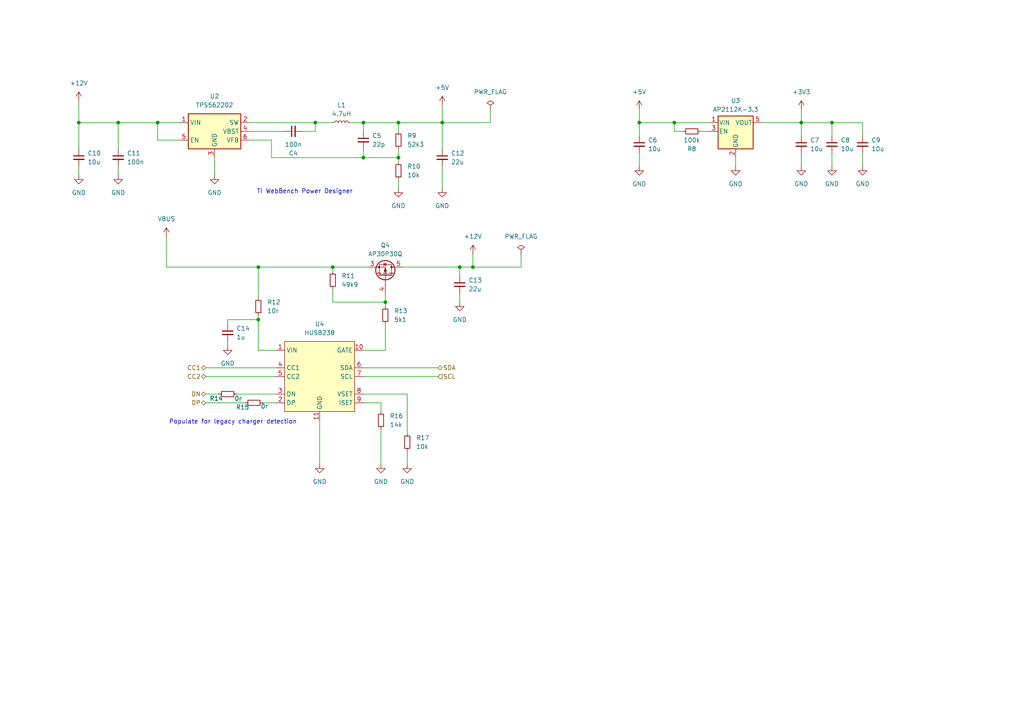
<source format=kicad_sch>
(kicad_sch (version 20250114) (generator "eeschema") (generator_version "9.0")
  (paper "A4")
  (lib_symbols
    (symbol "Device:C_Small" (pin_numbers (hide yes)) (pin_names (offset 0.254) (hide yes))
      (property "Reference" "C" (at 0.254 1.778 0))
      (property "Value" "C_Small" (at 0.254 -2.032 0))
      (symbol "C_Small_0_1"
        (polyline (pts (xy -1.524 0.508) (xy 1.524 0.508)) (stroke (width 0.3048)))
        (polyline (pts (xy -1.524 -0.508) (xy 1.524 -0.508)) (stroke (width 0.3302)))
      )
      (symbol "C_Small_1_1"
        (pin passive line (at 0 2.54 270) (length 2.032) (name "~") (number "1"))
        (pin passive line (at 0 -2.54 90) (length 2.032) (name "~") (number "2"))
      )
    )
    (symbol "Device:L_Small" (pin_numbers (hide yes)) (pin_names (offset 0.254) (hide yes))
      (property "Reference" "L" (at 0.762 1.016 0))
      (property "Value" "L_Small" (at 0.762 -1.016 0))
      (symbol "L_Small_0_1"
        (arc (start 0 2.032) (mid 0.5058 1.524) (end 0 1.016))
        (arc (start 0 1.016) (mid 0.5058 0.508) (end 0 0))
        (arc (start 0 0) (mid 0.5058 -0.508) (end 0 -1.016))
        (arc (start 0 -1.016) (mid 0.5058 -1.524) (end 0 -2.032))
      )
      (symbol "L_Small_1_1"
        (pin passive line (at 0 2.54 270) (length 0.508) (name "~") (number "1"))
        (pin passive line (at 0 -2.54 90) (length 0.508) (name "~") (number "2"))
      )
    )
    (symbol "Device:R_Small" (pin_numbers (hide yes)) (pin_names (offset 0.254) (hide yes))
      (property "Reference" "R" (at 0.762 0.508 0))
      (property "Value" "R_Small" (at 0.762 -1.016 0))
      (symbol "R_Small_0_1"
        (rectangle (start -0.762 1.778) (end 0.762 -1.778) (stroke (width 0.2032)))
      )
      (symbol "R_Small_1_1"
        (pin passive line (at 0 2.54 270) (length 0.762) (name "~") (number "1"))
        (pin passive line (at 0 -2.54 90) (length 0.762) (name "~") (number "2"))
      )
    )
    (symbol "Knochi_Power:AP30P30Q" (pin_names (offset 0) (hide yes))
      (property "Reference" "Q" (at 5.08 1.27 0))
      (property "Value" "AP30P30Q" (at 5.08 -1.27 0))
      (symbol "AP30P30Q_0_1"
        (polyline (pts (xy 0.254 1.905) (xy 0.254 -1.905)) (stroke (width 0.254)))
        (polyline (pts (xy 0.254 0) (xy -2.54 0)))
        (polyline (pts (xy 0.762 2.286) (xy 0.762 1.27)) (stroke (width 0.254)))
        (polyline (pts (xy 0.762 1.778) (xy 3.302 1.778) (xy 3.302 -1.778) (xy 0.762 -1.778)))
        (polyline (pts (xy 0.762 0.508) (xy 0.762 -0.508)) (stroke (width 0.254)))
        (polyline (pts (xy 0.762 -1.27) (xy 0.762 -2.286)) (stroke (width 0.254)))
        (circle (center 1.651 0) (radius 2.794) (stroke (width 0.254)))
        (polyline (pts (xy 2.286 0) (xy 1.27 0.381) (xy 1.27 -0.381) (xy 2.286 0)) (fill (type outline)))
        (polyline (pts (xy 2.54 2.54) (xy 2.54 1.778)))
        (circle (center 2.54 1.778) (radius 0.254) (fill (type outline)))
        (circle (center 2.54 -1.778) (radius 0.254) (fill (type outline)))
        (polyline (pts (xy 2.54 -2.54) (xy 2.54 0) (xy 0.762 0)))
        (polyline (pts (xy 2.794 -0.508) (xy 2.921 -0.381) (xy 3.683 -0.381) (xy 3.81 -0.254)))
        (polyline (pts (xy 3.302 -0.381) (xy 2.921 0.254) (xy 3.683 0.254) (xy 3.302 -0.381)))
      )
      (symbol "AP30P30Q_1_0"
        (pin passive line (at -5.08 0 0) (length 2.54) (name "G") (number "4"))
        (pin passive line (at 2.54 5.08 270) (length 2.54) (name "D") (number "5"))
      )
      (symbol "AP30P30Q_1_1"
        (pin input line (at 2.54 -5.08 90) (length 2.54) (hide yes) (name "S") (number "1"))
        (pin passive line (at 2.54 -5.08 90) (length 2.54) (hide yes) (name "S") (number "2"))
        (pin passive line (at 2.54 -5.08 90) (length 2.54) (name "S") (number "3"))
      )
    )
    (symbol "Knochi_Power:HUSB238"
      (property "Reference" "U" (at -9.144 -11.684 0))
      (property "Value" "HUSB238" (at 0.254 11.43 0))
      (symbol "HUSB238_0_0"
        (pin power_in line (at -12.7 7.62 0) (length 2.54) (name "VIN") (number "1"))
        (pin bidirectional line (at -12.7 2.54 0) (length 2.54) (name "CC1") (number "4"))
        (pin bidirectional line (at -12.7 0 0) (length 2.54) (name "CC2") (number "5"))
        (pin bidirectional line (at -12.7 -5.08 0) (length 2.54) (name "DN") (number "3"))
        (pin bidirectional line (at -12.7 -7.62 0) (length 2.54) (name "DP") (number "2"))
        (pin input line (at 12.7 7.62 180) (length 2.54) (name "GATE") (number "10"))
        (pin output line (at 12.7 2.54 180) (length 2.54) (name "SDA") (number "6"))
        (pin input line (at 12.7 0 180) (length 2.54) (name "SCL") (number "7"))
        (pin input line (at 12.7 -5.08 180) (length 2.54) (name "VSET") (number "8"))
        (pin input line (at 12.7 -7.62 180) (length 2.54) (name "ISET") (number "9"))
      )
      (symbol "HUSB238_1_0"
        (pin passive line (at 0 -12.7 90) (length 2.54) (name "GND") (number "11"))
      )
      (symbol "HUSB238_1_1"
        (rectangle (start -10.16 10.16) (end 10.16 -10.16) (fill (type background)))
      )
    )
    (symbol "Regulator_Linear:AP2112K-3.3" (pin_names (offset 0.254))
      (property "Reference" "U" (at -5.08 5.715 0))
      (property "Value" "AP2112K-3.3" (at 0 5.715 0))
      (symbol "AP2112K-3.3_0_1"
        (rectangle (start -5.08 4.445) (end 5.08 -5.08) (stroke (width 0.254)) (fill (type background)))
      )
      (symbol "AP2112K-3.3_1_1"
        (pin power_in line (at -7.62 2.54 0) (length 2.54) (name "VIN") (number "1"))
        (pin input line (at -7.62 0 0) (length 2.54) (name "EN") (number "3"))
        (pin power_in line (at 0 -7.62 90) (length 2.54) (name "GND") (number "2"))
        (pin no_connect line (at 5.08 0 180) (length 2.54) (hide yes) (name "NC") (number "4"))
        (pin power_out line (at 7.62 2.54 180) (length 2.54) (name "VOUT") (number "5"))
      )
    )
    (symbol "Regulator_Switching:TPS562202"
      (property "Reference" "U" (at -7.62 6.35 0))
      (property "Value" "TPS562202" (at -2.54 6.35 0))
      (symbol "TPS562202_0_1"
        (rectangle (start -7.62 5.08) (end 7.62 -5.08) (stroke (width 0.254)) (fill (type background)))
      )
      (symbol "TPS562202_1_1"
        (pin power_in line (at -10.16 2.54 0) (length 2.54) (name "VIN") (number "1"))
        (pin input line (at -10.16 -2.54 0) (length 2.54) (name "EN") (number "5"))
        (pin power_in line (at 0 -7.62 90) (length 2.54) (name "GND") (number "3"))
        (pin output line (at 10.16 2.54 180) (length 2.54) (name "SW") (number "2"))
        (pin passive line (at 10.16 0 180) (length 2.54) (name "VBST") (number "4"))
        (pin input line (at 10.16 -2.54 180) (length 2.54) (name "VFB") (number "6"))
      )
    )
    (symbol "power:+12V" (power) (pin_numbers (hide yes)) (pin_names (offset 0) (hide yes))
      (property "Value" "+12V" (at 0 3.556 0))
      (symbol "+12V_0_1"
        (polyline (pts (xy -0.762 1.27) (xy 0 2.54)))
        (polyline (pts (xy 0 2.54) (xy 0.762 1.27)))
        (polyline (pts (xy 0 0) (xy 0 2.54)))
      )
      (symbol "+12V_1_1"
        (pin power_in line (at 0 0 90) (length 0) (name "~") (number "1"))
      )
    )
    (symbol "power:+3V3" (power) (pin_numbers (hide yes)) (pin_names (offset 0) (hide yes))
      (property "Value" "+3V3" (at 0 3.556 0))
      (symbol "+3V3_0_1"
        (polyline (pts (xy -0.762 1.27) (xy 0 2.54)))
        (polyline (pts (xy 0 2.54) (xy 0.762 1.27)))
        (polyline (pts (xy 0 0) (xy 0 2.54)))
      )
      (symbol "+3V3_1_1"
        (pin power_in line (at 0 0 90) (length 0) (name "~") (number "1"))
      )
    )
    (symbol "power:+5V" (power) (pin_numbers (hide yes)) (pin_names (offset 0) (hide yes))
      (property "Value" "+5V" (at 0 3.556 0))
      (symbol "+5V_0_1"
        (polyline (pts (xy -0.762 1.27) (xy 0 2.54)))
        (polyline (pts (xy 0 2.54) (xy 0.762 1.27)))
        (polyline (pts (xy 0 0) (xy 0 2.54)))
      )
      (symbol "+5V_1_1"
        (pin power_in line (at 0 0 90) (length 0) (name "~") (number "1"))
      )
    )
    (symbol "power:GND" (power) (pin_numbers (hide yes)) (pin_names (offset 0) (hide yes))
      (property "Value" "GND" (at 0 -3.81 0))
      (symbol "GND_0_1"
        (polyline (pts (xy 0 0) (xy 0 -1.27) (xy 1.27 -1.27) (xy 0 -2.54) (xy -1.27 -1.27) (xy 0 -1.27)))
      )
      (symbol "GND_1_1"
        (pin power_in line (at 0 0 270) (length 0) (name "~") (number "1"))
      )
    )
    (symbol "power:PWR_FLAG" (power) (pin_numbers (hide yes)) (pin_names (offset 0) (hide yes))
      (property "Value" "PWR_FLAG" (at 0 3.81 0))
      (symbol "PWR_FLAG_0_0"
        (pin power_out line (at 0 0 90) (length 0) (name "~") (number "1"))
      )
      (symbol "PWR_FLAG_0_1"
        (polyline (pts (xy 0 0) (xy 0 1.27) (xy -1.016 1.905) (xy 0 2.54) (xy 1.016 1.905) (xy 0 1.27)))
      )
    )
    (symbol "power:VBUS" (power) (pin_numbers (hide yes)) (pin_names (offset 0) (hide yes))
      (property "Value" "VBUS" (at 0 3.556 0))
      (symbol "VBUS_0_1"
        (polyline (pts (xy -0.762 1.27) (xy 0 2.54)))
        (polyline (pts (xy 0 2.54) (xy 0.762 1.27)))
        (polyline (pts (xy 0 0) (xy 0 2.54)))
      )
      (symbol "VBUS_1_1"
        (pin power_in line (at 0 0 90) (length 0) (name "~") (number "1"))
      )
    )
  )
  (text "Populate for legacy charger detection" (at 67.564 122.428 0) (effects (font (size 1.27 1.27))))
  (text "TI WebBench Power Designer" (at 88.392 55.626 0) (effects (font (size 1.27 1.27))))
  (junction (at 105.41 45.72))
  (junction (at 232.41 35.56))
  (junction (at 34.29 35.56))
  (junction (at 241.3 35.56))
  (junction (at 185.42 35.56))
  (junction (at 133.35 77.47))
  (junction (at 74.93 92.71))
  (junction (at 195.58 35.56))
  (junction (at 22.86 35.56))
  (junction (at 111.76 87.63))
  (junction (at 137.16 77.47))
  (junction (at 91.44 35.56))
  (junction (at 115.57 45.72))
  (junction (at 128.27 35.56))
  (junction (at 115.57 35.56))
  (junction (at 96.52 77.47))
  (junction (at 105.41 35.56))
  (junction (at 74.93 77.47))
  (junction (at 45.72 35.56))
  (wire (pts (xy 205.74 35.56) (xy 195.58 35.56)))
  (wire (pts (xy 111.76 101.6) (xy 105.41 101.6)))
  (wire (pts (xy 115.57 45.72) (xy 115.57 46.99)))
  (wire (pts (xy 22.86 29.21) (xy 22.86 35.56)))
  (wire (pts (xy 87.63 38.1) (xy 91.44 38.1)))
  (wire (pts (xy 241.3 35.56) (xy 232.41 35.56)))
  (wire (pts (xy 59.69 106.68) (xy 80.01 106.68)))
  (wire (pts (xy 142.24 31.75) (xy 142.24 35.56)))
  (wire (pts (xy 195.58 38.1) (xy 198.12 38.1)))
  (wire (pts (xy 74.93 77.47) (xy 96.52 77.47)))
  (wire (pts (xy 78.74 45.72) (xy 105.41 45.72)))
  (wire (pts (xy 105.41 45.72) (xy 115.57 45.72)))
  (wire (pts (xy 185.42 31.75) (xy 185.42 35.56)))
  (wire (pts (xy 96.52 77.47) (xy 96.52 78.74)))
  (wire (pts (xy 66.04 92.71) (xy 74.93 92.71)))
  (wire (pts (xy 66.04 99.06) (xy 66.04 100.33)))
  (wire (pts (xy 22.86 35.56) (xy 34.29 35.56)))
  (wire (pts (xy 115.57 52.07) (xy 115.57 54.61)))
  (wire (pts (xy 128.27 48.26) (xy 128.27 54.61)))
  (wire (pts (xy 111.76 85.09) (xy 111.76 87.63)))
  (wire (pts (xy 34.29 43.18) (xy 34.29 35.56)))
  (wire (pts (xy 250.19 44.45) (xy 250.19 48.26)))
  (wire (pts (xy 74.93 77.47) (xy 74.93 86.36)))
  (wire (pts (xy 133.35 77.47) (xy 137.16 77.47)))
  (wire (pts (xy 66.04 93.98) (xy 66.04 92.71)))
  (wire (pts (xy 250.19 39.37) (xy 250.19 35.56)))
  (wire (pts (xy 220.98 35.56) (xy 232.41 35.56)))
  (wire (pts (xy 105.41 35.56) (xy 115.57 35.56)))
  (wire (pts (xy 91.44 35.56) (xy 96.52 35.56)))
  (wire (pts (xy 142.24 35.56) (xy 128.27 35.56)))
  (wire (pts (xy 137.16 73.66) (xy 137.16 77.47)))
  (wire (pts (xy 74.93 92.71) (xy 74.93 101.6)))
  (wire (pts (xy 115.57 43.18) (xy 115.57 45.72)))
  (wire (pts (xy 68.58 114.3) (xy 80.01 114.3)))
  (wire (pts (xy 185.42 35.56) (xy 195.58 35.56)))
  (wire (pts (xy 96.52 83.82) (xy 96.52 87.63)))
  (wire (pts (xy 232.41 31.75) (xy 232.41 35.56)))
  (wire (pts (xy 105.41 43.18) (xy 105.41 45.72)))
  (wire (pts (xy 128.27 30.48) (xy 128.27 35.56)))
  (wire (pts (xy 110.49 124.46) (xy 110.49 134.62)))
  (wire (pts (xy 111.76 87.63) (xy 111.76 88.9)))
  (wire (pts (xy 110.49 116.84) (xy 110.49 119.38)))
  (wire (pts (xy 34.29 35.56) (xy 45.72 35.56)))
  (wire (pts (xy 185.42 48.26) (xy 185.42 44.45)))
  (wire (pts (xy 116.84 77.47) (xy 133.35 77.47)))
  (wire (pts (xy 72.39 40.64) (xy 78.74 40.64)))
  (wire (pts (xy 151.13 73.66) (xy 151.13 77.47)))
  (wire (pts (xy 91.44 38.1) (xy 91.44 35.56)))
  (wire (pts (xy 118.11 130.81) (xy 118.11 134.62)))
  (wire (pts (xy 45.72 35.56) (xy 52.07 35.56)))
  (wire (pts (xy 59.69 109.22) (xy 80.01 109.22)))
  (wire (pts (xy 48.26 68.58) (xy 48.26 77.47)))
  (wire (pts (xy 151.13 77.47) (xy 137.16 77.47)))
  (wire (pts (xy 59.69 114.3) (xy 63.5 114.3)))
  (wire (pts (xy 45.72 40.64) (xy 45.72 35.56)))
  (wire (pts (xy 78.74 40.64) (xy 78.74 45.72)))
  (wire (pts (xy 232.41 35.56) (xy 232.41 39.37)))
  (wire (pts (xy 115.57 35.56) (xy 115.57 38.1)))
  (wire (pts (xy 62.23 45.72) (xy 62.23 50.8)))
  (wire (pts (xy 105.41 35.56) (xy 105.41 38.1)))
  (wire (pts (xy 105.41 114.3) (xy 118.11 114.3)))
  (wire (pts (xy 74.93 101.6) (xy 80.01 101.6)))
  (wire (pts (xy 118.11 114.3) (xy 118.11 125.73)))
  (wire (pts (xy 111.76 93.98) (xy 111.76 101.6)))
  (wire (pts (xy 52.07 40.64) (xy 45.72 40.64)))
  (wire (pts (xy 105.41 106.68) (xy 127 106.68)))
  (wire (pts (xy 133.35 77.47) (xy 133.35 80.01)))
  (wire (pts (xy 128.27 35.56) (xy 115.57 35.56)))
  (wire (pts (xy 72.39 38.1) (xy 82.55 38.1)))
  (wire (pts (xy 203.2 38.1) (xy 205.74 38.1)))
  (wire (pts (xy 34.29 48.26) (xy 34.29 50.8)))
  (wire (pts (xy 250.19 35.56) (xy 241.3 35.56)))
  (wire (pts (xy 59.69 116.84) (xy 71.12 116.84)))
  (wire (pts (xy 22.86 48.26) (xy 22.86 50.8)))
  (wire (pts (xy 105.41 116.84) (xy 110.49 116.84)))
  (wire (pts (xy 185.42 39.37) (xy 185.42 35.56)))
  (wire (pts (xy 232.41 44.45) (xy 232.41 48.26)))
  (wire (pts (xy 76.2 116.84) (xy 80.01 116.84)))
  (wire (pts (xy 74.93 91.44) (xy 74.93 92.71)))
  (wire (pts (xy 48.26 77.47) (xy 74.93 77.47)))
  (wire (pts (xy 128.27 43.18) (xy 128.27 35.56)))
  (wire (pts (xy 195.58 35.56) (xy 195.58 38.1)))
  (wire (pts (xy 96.52 87.63) (xy 111.76 87.63)))
  (wire (pts (xy 96.52 77.47) (xy 106.68 77.47)))
  (wire (pts (xy 133.35 85.09) (xy 133.35 87.63)))
  (wire (pts (xy 92.71 121.92) (xy 92.71 134.62)))
  (wire (pts (xy 105.41 109.22) (xy 127 109.22)))
  (wire (pts (xy 241.3 44.45) (xy 241.3 48.26)))
  (wire (pts (xy 101.6 35.56) (xy 105.41 35.56)))
  (wire (pts (xy 72.39 35.56) (xy 91.44 35.56)))
  (wire (pts (xy 213.36 45.72) (xy 213.36 48.26)))
  (wire (pts (xy 241.3 35.56) (xy 241.3 39.37)))
  (wire (pts (xy 22.86 43.18) (xy 22.86 35.56)))
  (hierarchical_label "SDA" (shape bidirectional) (at 127 106.68 0))
  (hierarchical_label "CC1" (shape bidirectional) (at 59.69 106.68 180))
  (hierarchical_label "CC2" (shape bidirectional) (at 59.69 109.22 180))
  (hierarchical_label "SCL" (shape input) (at 127 109.22 0))
  (hierarchical_label "DN" (shape bidirectional) (at 59.69 114.3 180))
  (hierarchical_label "DP" (shape bidirectional) (at 59.69 116.84 180))
  (symbol (lib_id "power:GND") (at 62.23 50.8 0) (unit 1)
    (property "Reference" "#PWR036" (effects (hide yes)))
    (property "Value" "GND" (at 62.23 55.88 0))
    (property "Description" "Power symbol creates a global label with name \"GND\" , ground" (effects (hide yes)))
  )
  (symbol (lib_id "Device:C_Small") (at 85.09 38.1 90) (mirror x) (unit 1)
    (property "Reference" "C4" (at 85.0963 44.45 90))
    (property "Value" "100n" (at 85.0963 41.91 90))
    (property "Footprint" "Capacitor_SMD:C_0603_1608Metric" (effects (hide yes)))
    (property "Description" "Unpolarized capacitor, small symbol" (effects (hide yes)))
  )
  (symbol (lib_id "power:GND") (at 128.27 54.61 0) (unit 1)
    (property "Reference" "#PWR038" (effects (hide yes)))
    (property "Value" "GND" (at 128.27 59.69 0))
    (property "Description" "Power symbol creates a global label with name \"GND\" , ground" (effects (hide yes)))
  )
  (symbol (lib_id "Device:R_Small") (at 200.66 38.1 90) (unit 1)
    (property "Reference" "R8" (at 200.66 43.18 90))
    (property "Value" "100k" (at 200.66 40.64 90))
    (property "Footprint" "Resistor_SMD:R_0603_1608Metric" (effects (hide yes)))
    (property "Description" "Resistor, small symbol" (effects (hide yes)))
  )
  (symbol (lib_id "Device:R_Small") (at 73.66 116.84 90) (unit 1)
    (property "Reference" "R15" (at 70.358 118.11 90))
    (property "Value" "0r" (at 76.708 117.856 90))
    (property "Footprint" "Resistor_SMD:R_0603_1608Metric" (effects (hide yes)))
    (property "Description" "Resistor, small symbol" (effects (hide yes)))
  )
  (symbol (lib_id "Device:R_Small") (at 118.11 128.27 0) (unit 1)
    (property "Reference" "R17" (at 120.65 126.9999 0) (effects (justify left)))
    (property "Value" "10k" (at 120.65 129.5399 0) (effects (justify left)))
    (property "Footprint" "Resistor_SMD:R_0603_1608Metric" (effects (hide yes)))
    (property "Description" "Resistor, small symbol" (effects (hide yes)))
  )
  (symbol (lib_id "Device:C_Small") (at 128.27 45.72 0) (unit 1)
    (property "Reference" "C12" (at 130.81 44.4562 0) (effects (justify left)))
    (property "Value" "22u" (at 130.81 46.9962 0) (effects (justify left)))
    (property "Footprint" "Capacitor_SMD:C_0805_2012Metric" (effects (hide yes)))
    (property "Description" "Unpolarized capacitor, small symbol" (effects (hide yes)))
  )
  (symbol (lib_id "power:+5V") (at 185.42 31.75 0) (unit 1)
    (property "Reference" "#PWR027" (effects (hide yes)))
    (property "Value" "+5V" (at 185.42 26.67 0))
    (property "Description" "Power symbol creates a global label with name \"+5V\"" (effects (hide yes)))
  )
  (symbol (lib_id "power:PWR_FLAG") (at 142.24 31.75 0) (unit 1)
    (property "Reference" "#FLG04" (effects (hide yes)))
    (property "Value" "PWR_FLAG" (at 142.24 26.67 0))
    (property "Description" "Special symbol for telling ERC where power comes from" (effects (hide yes)))
  )
  (symbol (lib_id "power:GND") (at 66.04 100.33 0) (unit 1)
    (property "Reference" "#PWR042" (effects (hide yes)))
    (property "Value" "GND" (at 66.04 105.41 0))
    (property "Description" "Power symbol creates a global label with name \"GND\" , ground" (effects (hide yes)))
  )
  (symbol (lib_id "power:GND") (at 22.86 50.8 0) (unit 1)
    (property "Reference" "#PWR034" (effects (hide yes)))
    (property "Value" "GND" (at 22.86 55.88 0))
    (property "Description" "Power symbol creates a global label with name \"GND\" , ground" (effects (hide yes)))
  )
  (symbol (lib_id "Device:C_Small") (at 105.41 40.64 0) (unit 1)
    (property "Reference" "C5" (at 107.95 39.3762 0) (effects (justify left)))
    (property "Value" "22p" (at 107.95 41.9162 0) (effects (justify left)))
    (property "Footprint" "Capacitor_SMD:C_0603_1608Metric" (effects (hide yes)))
    (property "Description" "Unpolarized capacitor, small symbol" (effects (hide yes)))
  )
  (symbol (lib_id "Device:C_Small") (at 34.29 45.72 0) (unit 1)
    (property "Reference" "C11" (at 36.83 44.4562 0) (effects (justify left)))
    (property "Value" "100n" (at 36.83 46.9962 0) (effects (justify left)))
    (property "Footprint" "Capacitor_SMD:C_0603_1608Metric" (effects (hide yes)))
    (property "Description" "Unpolarized capacitor, small symbol" (effects (hide yes)))
  )
  (symbol (lib_id "power:GND") (at 115.57 54.61 0) (unit 1)
    (property "Reference" "#PWR037" (effects (hide yes)))
    (property "Value" "GND" (at 115.57 59.69 0))
    (property "Description" "Power symbol creates a global label with name \"GND\" , ground" (effects (hide yes)))
  )
  (symbol (lib_id "Device:R_Small") (at 115.57 49.53 0) (unit 1)
    (property "Reference" "R10" (at 118.11 48.2599 0) (effects (justify left)))
    (property "Value" "10k" (at 118.11 50.7999 0) (effects (justify left)))
    (property "Footprint" "Resistor_SMD:R_0603_1608Metric" (effects (hide yes)))
    (property "Description" "Resistor, small symbol" (effects (hide yes)))
  )
  (symbol (lib_id "power:GND") (at 34.29 50.8 0) (unit 1)
    (property "Reference" "#PWR035" (effects (hide yes)))
    (property "Value" "GND" (at 34.29 55.88 0))
    (property "Description" "Power symbol creates a global label with name \"GND\" , ground" (effects (hide yes)))
  )
  (symbol (lib_id "Device:R_Small") (at 111.76 91.44 0) (unit 1)
    (property "Reference" "R13" (at 114.3 90.1699 0) (effects (justify left)))
    (property "Value" "5k1" (at 114.3 92.7099 0) (effects (justify left)))
    (property "Footprint" "Resistor_SMD:R_0603_1608Metric" (effects (hide yes)))
    (property "Description" "Resistor, small symbol" (effects (hide yes)))
  )
  (symbol (lib_id "power:+3V3") (at 232.41 31.75 0) (unit 1)
    (property "Reference" "#PWR028" (effects (hide yes)))
    (property "Value" "+3V3" (at 232.41 26.67 0))
    (property "Description" "Power symbol creates a global label with name \"+3V3\"" (effects (hide yes)))
  )
  (symbol (lib_id "power:VBUS") (at 48.26 68.58 0) (unit 1)
    (property "Reference" "#PWR039" (effects (hide yes)))
    (property "Value" "VBUS" (at 48.26 63.5 0))
    (property "Description" "Power symbol creates a global label with name \"VBUS\"" (effects (hide yes)))
  )
  (symbol (lib_id "Device:C_Small") (at 133.35 82.55 0) (unit 1)
    (property "Reference" "C13" (at 135.89 81.2862 0) (effects (justify left)))
    (property "Value" "22u" (at 135.89 83.8262 0) (effects (justify left)))
    (property "Footprint" "Capacitor_SMD:C_0805_2012Metric" (effects (hide yes)))
    (property "Description" "Unpolarized capacitor, small symbol" (effects (hide yes)))
  )
  (symbol (lib_id "power:GND") (at 92.71 134.62 0) (unit 1)
    (property "Reference" "#PWR043" (effects (hide yes)))
    (property "Value" "GND" (at 92.71 139.7 0))
    (property "Description" "Power symbol creates a global label with name \"GND\" , ground" (effects (hide yes)))
  )
  (symbol (lib_id "Device:C_Small") (at 241.3 41.91 0) (unit 1)
    (property "Reference" "C8" (at 243.84 40.6462 0) (effects (justify left)))
    (property "Value" "10u" (at 243.84 43.1862 0) (effects (justify left)))
    (property "Footprint" "Capacitor_SMD:C_0603_1608Metric" (effects (hide yes)))
    (property "Description" "Unpolarized capacitor, small symbol" (effects (hide yes)))
  )
  (symbol (lib_id "power:GND") (at 250.19 48.26 0) (unit 1)
    (property "Reference" "#PWR033" (effects (hide yes)))
    (property "Value" "GND" (at 250.19 53.34 0))
    (property "Description" "Power symbol creates a global label with name \"GND\" , ground" (effects (hide yes)))
  )
  (symbol (lib_id "Device:C_Small") (at 22.86 45.72 0) (unit 1)
    (property "Reference" "C10" (at 25.4 44.4562 0) (effects (justify left)))
    (property "Value" "10u" (at 25.4 46.9962 0) (effects (justify left)))
    (property "Footprint" "Capacitor_SMD:C_0603_1608Metric" (effects (hide yes)))
    (property "Description" "Unpolarized capacitor, small symbol" (effects (hide yes)))
  )
  (symbol (lib_id "power:GND") (at 241.3 48.26 0) (unit 1)
    (property "Reference" "#PWR032" (effects (hide yes)))
    (property "Value" "GND" (at 241.3 53.34 0))
    (property "Description" "Power symbol creates a global label with name \"GND\" , ground" (effects (hide yes)))
  )
  (symbol (lib_id "Device:C_Small") (at 232.41 41.91 0) (unit 1)
    (property "Reference" "C7" (at 234.95 40.6462 0) (effects (justify left)))
    (property "Value" "10u" (at 234.95 43.1862 0) (effects (justify left)))
    (property "Footprint" "Capacitor_SMD:C_0603_1608Metric" (effects (hide yes)))
    (property "Description" "Unpolarized capacitor, small symbol" (effects (hide yes)))
  )
  (symbol (lib_id "Device:R_Small") (at 96.52 81.28 0) (unit 1)
    (property "Reference" "R11" (at 99.06 80.0099 0) (effects (justify left)))
    (property "Value" "49k9" (at 99.06 82.5499 0) (effects (justify left)))
    (property "Footprint" "Resistor_SMD:R_0603_1608Metric" (effects (hide yes)))
    (property "Description" "Resistor, small symbol" (effects (hide yes)))
  )
  (symbol (lib_id "Knochi_Power:HUSB238") (at 92.71 109.22 0) (unit 1)
    (property "Reference" "U4" (at 92.71 93.98 0))
    (property "Value" "HUSB238" (at 92.71 96.52 0))
    (property "Footprint" "Package_DFN_QFN:DFN-10-1EP_3x3mm_P0.5mm_EP1.65x2.38mm" (effects (hide yes)))
    (property "Datasheet" "https://www.hynetek.com/uploadfiles/site/219/news/aabbbbdb-48c9-4a44-a6dc-2c15f53282e6.pdf" (effects (hide yes)))
    (property "Description" "USB Type-C PD3.1 Sink Controller, DFN-10L" (effects (hide yes)))
    (property "MPN" "HUSB238_002DD" (effects (hide yes)))
    (property "JLCPCB Part #" "C7471904" (effects (hide yes)))
  )
  (symbol (lib_id "power:GND") (at 213.36 48.26 0) (unit 1)
    (property "Reference" "#PWR030" (effects (hide yes)))
    (property "Value" "GND" (at 213.36 53.34 0))
    (property "Description" "Power symbol creates a global label with name \"GND\" , ground" (effects (hide yes)))
  )
  (symbol (lib_id "Regulator_Linear:AP2112K-3.3") (at 213.36 38.1 0) (unit 1)
    (property "Reference" "U3" (at 213.36 29.21 0))
    (property "Value" "AP2112K-3.3" (at 213.36 31.75 0))
    (property "Footprint" "Package_TO_SOT_SMD:SOT-23-5" (effects (hide yes)))
    (property "Datasheet" "https://www.diodes.com/assets/Datasheets/AP2112.pdf" (effects (hide yes)))
    (property "Description" "600mA low dropout linear regulator, with enable pin, 3.8V-6V input voltage range, 3.3V fixed positive output, SOT-23-5" (effects (hide yes)))
    (property "MPN" "AP2112K-3.3TRG1 " (effects (hide yes)))
    (property "JLCPCB Part #" "C51118" (effects (hide yes)))
  )
  (symbol (lib_id "Device:R_Small") (at 115.57 40.64 0) (unit 1)
    (property "Reference" "R9" (at 118.11 39.3699 0) (effects (justify left)))
    (property "Value" "52k3" (at 118.11 41.9099 0) (effects (justify left)))
    (property "Footprint" "Resistor_SMD:R_0603_1608Metric" (effects (hide yes)))
    (property "Description" "Resistor, small symbol" (effects (hide yes)))
  )
  (symbol (lib_id "Device:R_Small") (at 74.93 88.9 0) (unit 1)
    (property "Reference" "R12" (at 77.47 87.6299 0) (effects (justify left)))
    (property "Value" "10r" (at 77.47 90.1699 0) (effects (justify left)))
    (property "Footprint" "Resistor_SMD:R_0603_1608Metric" (effects (hide yes)))
    (property "Description" "Resistor, small symbol" (effects (hide yes)))
  )
  (symbol (lib_id "power:GND") (at 118.11 134.62 0) (unit 1)
    (property "Reference" "#PWR045" (effects (hide yes)))
    (property "Value" "GND" (at 118.11 139.7 0))
    (property "Description" "Power symbol creates a global label with name \"GND\" , ground" (effects (hide yes)))
  )
  (symbol (lib_id "Device:R_Small") (at 66.04 114.3 90) (unit 1)
    (property "Reference" "R14" (at 62.738 115.57 90))
    (property "Value" "0r" (at 69.088 115.57 90))
    (property "Footprint" "Resistor_SMD:R_0603_1608Metric" (effects (hide yes)))
    (property "Description" "Resistor, small symbol" (effects (hide yes)))
  )
  (symbol (lib_id "Regulator_Switching:TPS562202") (at 62.23 38.1 0) (unit 1)
    (property "Reference" "U2" (at 62.23 27.94 0))
    (property "Value" "TPS562202" (at 62.23 30.48 0))
    (property "Footprint" "Package_TO_SOT_SMD:SOT-563" (effects (hide yes)))
    (property "Datasheet" "https://www.ti.com/lit/gpn/tps562202" (effects (hide yes)))
    (property "Description" "2A Synchronous Step-Down Voltage Regulator 580kHz, adjustable output voltage, 4.5-17V Input Voltage, 0.804V-7V Output Voltage, SOT-563" (effects (hide yes)))
    (property "MPN" "TPS562202" (effects (hide yes)))
    (property "JLCPCB Part #" "C2877547" (effects (hide yes)))
  )
  (symbol (lib_id "power:GND") (at 185.42 48.26 0) (unit 1)
    (property "Reference" "#PWR029" (effects (hide yes)))
    (property "Value" "GND" (at 185.42 53.34 0))
    (property "Description" "Power symbol creates a global label with name \"GND\" , ground" (effects (hide yes)))
  )
  (symbol (lib_id "Device:L_Small") (at 99.06 35.56 90) (unit 1)
    (property "Reference" "L1" (at 99.06 30.48 90))
    (property "Value" "4.7uH" (at 99.06 33.02 90))
    (property "Footprint" "Inductor_SMD:L_Wuerth_HCI-5040" (effects (hide yes)))
    (property "Datasheet" "https://wmsc.lcsc.com/wmsc/upload/file/pdf/v2/lcsc/2106080334_Wurth-Elektronik-744316470_C2651181.pdf" (effects (hide yes)))
    (property "Description" "Inductor, small symbol" (effects (hide yes)))
    (property "MPN" "744316470" (effects (hide yes)))
    (property "JLCPCB Part #" "C2651181" (effects (hide yes)))
  )
  (symbol (lib_id "power:GND") (at 232.41 48.26 0) (unit 1)
    (property "Reference" "#PWR031" (effects (hide yes)))
    (property "Value" "GND" (at 232.41 53.34 0))
    (property "Description" "Power symbol creates a global label with name \"GND\" , ground" (effects (hide yes)))
  )
  (symbol (lib_id "power:+5V") (at 128.27 30.48 0) (unit 1)
    (property "Reference" "#PWR026" (effects (hide yes)))
    (property "Value" "+5V" (at 128.27 25.4 0))
    (property "Description" "Power symbol creates a global label with name \"+5V\"" (effects (hide yes)))
  )
  (symbol (lib_id "Knochi_Power:AP30P30Q") (at 111.76 80.01 270) (mirror x) (unit 1)
    (property "Reference" "Q4" (at 111.76 71.12 90))
    (property "Value" "AP30P30Q" (at 111.76 73.66 90))
    (property "Footprint" "Package_SON:Diodes_PowerDI3333-8" (effects (hide yes)))
    (property "Datasheet" "https://wmsc.lcsc.com/wmsc/upload/file/pdf/v2/lcsc/1912230932_ALLPOWER-ShenZhen-Quan-Li-Semiconductor-AP30P30Q_C471913.pdf" (effects (hide yes)))
    (property "Description" "P-MOSFET 30A, 30V, 10mOhm" (effects (hide yes)))
    (property "MPN" "AP30P30Q" (effects (hide yes)))
    (property "JLCPCB Part #" "C471913" (effects (hide yes)))
  )
  (symbol (lib_id "Device:R_Small") (at 110.49 121.92 0) (unit 1)
    (property "Reference" "R16" (at 113.03 120.6499 0) (effects (justify left)))
    (property "Value" "14k" (at 113.03 123.1899 0) (effects (justify left)))
    (property "Footprint" "Resistor_SMD:R_0603_1608Metric" (effects (hide yes)))
    (property "Description" "Resistor, small symbol" (effects (hide yes)))
  )
  (symbol (lib_id "power:GND") (at 133.35 87.63 0) (unit 1)
    (property "Reference" "#PWR041" (effects (hide yes)))
    (property "Value" "GND" (at 133.35 92.71 0))
    (property "Description" "Power symbol creates a global label with name \"GND\" , ground" (effects (hide yes)))
  )
  (symbol (lib_id "power:+12V") (at 137.16 73.66 0) (unit 1)
    (property "Reference" "#PWR040" (effects (hide yes)))
    (property "Value" "+12V" (at 137.16 68.58 0))
    (property "Description" "Power symbol creates a global label with name \"+12V\"" (effects (hide yes)))
  )
  (symbol (lib_id "Device:C_Small") (at 185.42 41.91 0) (unit 1)
    (property "Reference" "C6" (at 187.96 40.6462 0) (effects (justify left)))
    (property "Value" "10u" (at 187.96 43.1862 0) (effects (justify left)))
    (property "Footprint" "Capacitor_SMD:C_0603_1608Metric" (effects (hide yes)))
    (property "Description" "Unpolarized capacitor, small symbol" (effects (hide yes)))
  )
  (symbol (lib_id "Device:C_Small") (at 66.04 96.52 0) (unit 1)
    (property "Reference" "C14" (at 68.58 95.2562 0) (effects (justify left)))
    (property "Value" "1u" (at 68.58 97.7962 0) (effects (justify left)))
    (property "Footprint" "Capacitor_SMD:C_0603_1608Metric" (effects (hide yes)))
    (property "Description" "Unpolarized capacitor, small symbol" (effects (hide yes)))
  )
  (symbol (lib_id "power:PWR_FLAG") (at 151.13 73.66 0) (unit 1)
    (property "Reference" "#FLG02" (effects (hide yes)))
    (property "Value" "PWR_FLAG" (at 151.13 68.58 0))
    (property "Description" "Special symbol for telling ERC where power comes from" (effects (hide yes)))
  )
  (symbol (lib_id "Device:C_Small") (at 250.19 41.91 0) (unit 1)
    (property "Reference" "C9" (at 252.73 40.6462 0) (effects (justify left)))
    (property "Value" "10u" (at 252.73 43.1862 0) (effects (justify left)))
    (property "Footprint" "Capacitor_SMD:C_0603_1608Metric" (effects (hide yes)))
    (property "Description" "Unpolarized capacitor, small symbol" (effects (hide yes)))
  )
  (symbol (lib_id "power:+12V") (at 22.86 29.21 0) (unit 1)
    (property "Reference" "#PWR025" (effects (hide yes)))
    (property "Value" "+12V" (at 22.86 24.13 0))
    (property "Description" "Power symbol creates a global label with name \"+12V\"" (effects (hide yes)))
  )
  (symbol (lib_id "power:GND") (at 110.49 134.62 0) (unit 1)
    (property "Reference" "#PWR044" (effects (hide yes)))
    (property "Value" "GND" (at 110.49 139.7 0))
    (property "Description" "Power symbol creates a global label with name \"GND\" , ground" (effects (hide yes)))
  )
)
</source>
